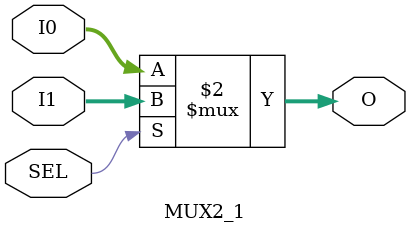
<source format=v>
module MUX2_1(I1, I0, SEL, O);

input [3:0] I1, I0;
input SEL;
output [3:0] O;
assign O = (SEL == 1'b0)? I0:I1;
endmodule

</source>
